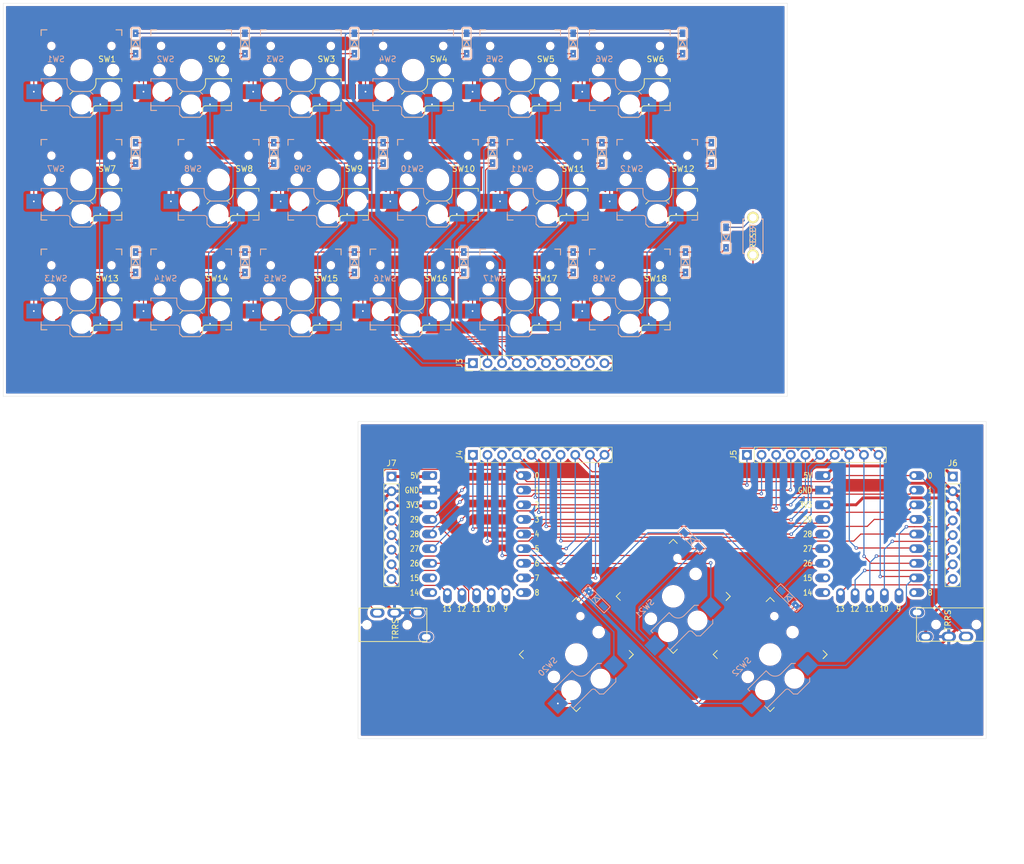
<source format=kicad_pcb>
(kicad_pcb (version 20240108) (generator "pcbnew") (generator_version "8.0")
  (title_block (title "now thinking") (rev "2.01"))
  (layers (0 "F.Cu" signal) (31 "B.Cu" signal) (34 "B.Paste" user) (35 "F.Paste" user) (36 "B.SilkS" user "B.Silkscreen") (37 "F.SilkS" user "F.Silkscreen") (38 "B.Mask" user) (39 "F.Mask" user) (44 "Edge.Cuts" user))
  (net 0 "")
  (net 1 "Net-(D1-A)")
  (net 2 "Net-(D2-A)")
  (net 3 "Net-(D3-A)")
  (net 4 "Net-(D4-A)")
  (net 5 "Net-(D5-A)")
  (net 6 "Net-(D6-A)")
  (net 7 "Net-(D7-A)")
  (net 8 "Net-(D8-A)")
  (net 9 "Net-(D9-A)")
  (net 10 "Net-(D10-A)")
  (net 11 "Net-(D11-A)")
  (net 12 "Net-(D12-A)")
  (net 13 "Net-(D13-A)")
  (net 14 "Net-(D14-A)")
  (net 15 "Net-(D15-A)")
  (net 16 "Net-(D16-A)")
  (net 17 "Net-(D17-A)")
  (net 18 "Net-(D18-A)")
  (net 19 "Net-(D19-A)")
  (net 20 "Net-(D20-A)")
  (net 21 "Net-(D21-A)")
  (net 22 "data")
  (net 23 "Net-(D22-A)")
  (net 24 "GND")
  (net 25 "bu1_op1")
  (net 26 "bu1_op5")
  (net 27 "bu1_op3")
  (net 31 "bu1_op4")
  (net 32 "bu1_5v")
  (net 34 "bu1_op2")
  (net 35 "u2_3.3v")
  (net 39 "bu2_op3")
  (net 40 "bu2_op5")
  (net 41 "bu2_op4")
  (net 42 "bu2_5v")
  (net 43 "u1_3.3v")
  (net 44 "bu2_op2")
  (net 46 "/t_row0")
  (net 47 "/t_row1")
  (net 48 "/t_row2")
  (net 49 "/t_col5")
  (net 50 "/t_col0")
  (net 51 "/t_col1")
  (net 52 "/t_col3")
  (net 53 "/t_col4")
  (net 54 "/t_col6")
  (net 55 "/t_col2")
  (net 56 "bu1_row3")
  (net 57 "bu1_col2")
  (net 58 "bu1_col1")
  (net 59 "bu1_col0")
  (net 60 "bu1_row0")
  (net 61 "bu1_row2")
  (net 62 "bu1_col4")
  (net 63 "bu1_col6")
  (net 64 "bu1_row1")
  (net 65 "bu1_col5")
  (net 66 "bu1_col3")
  (net 67 "bu2_col1")
  (net 68 "bu2_col0")
  (net 69 "bu2_col2")
  (net 70 "bu2_row1")
  (net 71 "bu2_col3")
  (net 72 "bu2_row2")
  (net 73 "bu2_row0")
  (net 74 "bu2_op1")
  (footprint "keyswitches:Kailh_socket_PG1350_reversible" (layer "F.Cu") (at 52.8325 46.15)
    (property "Reference" "SW8")
    (property "Value" "SW_PUSH")
  )
  (footprint "keyswitches:Kailh_socket_PG1350_reversible" (layer "F.Cu") (at 48.07 65.2)
    (property "Reference" "SW14")
    (property "Value" "SW_PUSH")
  )
  (footprint "Connector_PinHeader_2.54mm:PinHeader_1x08_P2.54mm_Vertical" (layer "F.Cu") (at 82.865768 97.7)
    (property "Reference" "J7")
    (property "Value" "Conn_01x08_Pin")
  )
  (footprint "keyswitches:Kailh_socket_PG1350" (layer "F.Cu") (at 114.96202 128.602788 45)
    (property "Reference" "SW20")
    (property "Value" "SW_PUSH")
  )
  (footprint "keyswitches:Kailh_socket_PG1350" (layer "F.Cu") (at 148.63798 128.602788 45)
    (property "Reference" "SW22")
    (property "Value" "SW_PUSH")
  )
  (footprint "kbd:D3_SMD" (layer "F.Cu") (at 95.42 60.475 -90)
    (property "Reference" "D16" (hide yes))
    (property "Value" "D" (hide yes))
  )
  (footprint "keyswitches:Kailh_socket_PG1350_reversible" (layer "F.Cu") (at 105.22 27.1)
    (property "Reference" "SW5")
    (property "Value" "SW_PUSH")
  )
  (footprint "keyswitches:Kailh_socket_PG1350_reversible" (layer "F.Cu") (at 48.07 27.1)
    (property "Reference" "SW2")
    (property "Value" "SW_PUSH")
  )
  (footprint "kbd:D3_SMD" (layer "F.Cu") (at 114.42 60.475 -90)
    (property "Reference" "D17" (hide yes))
    (property "Value" "D" (hide yes))
  )
  (footprint "kbd:MJ-4PP-9_1side" (layer "F.Cu") (at 185.95 123.4 -90)
    (property "Reference" "J1")
    (property "Value" "MJ-4PP-9" (hide yes))
  )
  (footprint "kbd:MJ-4PP-9_1side" (layer "F.Cu") (at 77.1 123.45 90)
    (property "Reference" "J2")
    (property "Value" "MJ-4PP-9" (hide yes))
  )
  (footprint "kbd:D3_SMD" (layer "F.Cu") (at 57.42 22.475 -90)
    (property "Reference" "D2" (hide yes))
    (property "Value" "D" (hide yes))
  )
  (footprint "Connector_PinHeader_2.54mm:PinHeader_1x08_P2.54mm_Vertical" (layer "F.Cu") (at 180.35 97.7)
    (property "Reference" "J6")
    (property "Value" "Conn_01x08_Pin")
  )
  (footprint "kbd:D3_SMD" (layer "F.Cu") (at 100.42 41.475 -90)
    (property "Reference" "D10" (hide yes))
    (property "Value" "D" (hide yes))
  )
  (footprint "keyswitches:Kailh_socket_PG1350_reversible" (layer "F.Cu") (at 67.12 65.2)
    (property "Reference" "SW15")
    (property "Value" "SW_PUSH")
  )
  (footprint "kbd:D3_SMD" (layer "F.Cu") (at 138.42 41.475 -90)
    (property "Reference" "D12" (hide yes))
    (property "Value" "D" (hide yes))
  )
  (footprint "keyswitches:Kailh_socket_PG1350_reversible" (layer "F.Cu") (at 86.6275 27.1)
    (property "Reference" "SW4")
    (property "Value" "SW_PUSH")
  )
  (footprint "kbd:D3_SMD" (layer "F.Cu") (at 57.42 60.475 -90)
    (property "Reference" "D14" (hide yes))
    (property "Value" "D" (hide yes))
  )
  (footprint "kbd:D3_SMD" (layer "F.Cu") (at 76.42 22.475 -90)
    (property "Reference" "D3" (hide yes))
    (property "Value" "D" (hide yes))
  )
  (footprint "kbd:D3_SMD" (layer "F.Cu") (at 38.42 22.475 -90)
    (property "Reference" "D1" (hide yes))
    (property "Value" "D" (hide yes))
  )
  (footprint "keyswitches:Kailh_socket_PG1350" (layer "F.Cu") (at 131.8 118.5 45)
    (property "Reference" "SW21")
    (property "Value" "SW_PUSH")
  )
  (footprint "keyswitches:Kailh_socket_PG1350_reversible" (layer "F.Cu") (at 29.02 65.2)
    (property "Reference" "SW13")
    (property "Value" "SW_PUSH")
  )
  (footprint "kbd:D3_SMD" (layer "F.Cu") (at 114.42 22.475 -90)
    (property "Reference" "D5" (hide yes))
    (property "Value" "D" (hide yes))
  )
  (footprint "kbd:D3_SMD" (layer "F.Cu") (at 62.42 41.475 -90)
    (property "Reference" "D8" (hide yes))
    (property "Value" "D" (hide yes))
  )
  (footprint "kbd:D3_SMD" (layer "F.Cu") (at 38.42 41.475 -90)
    (property "Reference" "D7" (hide yes))
    (property "Value" "D" (hide yes))
  )
  (footprint "kbd:D3_SMD" (layer "F.Cu") (at 81.42 41.475 -90)
    (property "Reference" "D9" (hide yes))
    (property "Value" "D" (hide yes))
  )
  (footprint "isw-kbd:RP2040-Zero-THT" (layer "F.Cu") (at 97.65 107.68)
    (property "Reference" "U2" (hide yes))
    (property "Value" "RP2040-Zero" (hide yes))
  )
  (footprint "kbd:D3_SMD" (layer "F.Cu") (at 38.42 60.475 -90)
    (property "Reference" "D13" (hide yes))
    (property "Value" "D" (hide yes))
  )
  (footprint "Connector_PinHeader_2.54mm:PinHeader_1x10_P2.54mm_Vertical" (layer "F.Cu") (at 97 78 90)
    (property "Reference" "J3")
    (property "Value" "Conn_01x10_Pin")
  )
  (footprint "kbd:D3_SMD" (layer "F.Cu") (at 76.42 60.475 -90)
    (property "Reference" "D15" (hide yes))
    (property "Value" "D" (hide yes))
  )
  (footprint "kbd:D3_SMD" (layer "F.Cu") (at 140.9675 56.1825 90)
    (property "Reference" "D19" (hide yes))
    (property "Value" "D" (hide yes))
  )
  (footprint "keyswitches:Kailh_socket_PG1350_reversible" (layer "F.Cu") (at 29.02 46.15)
    (property "Reference" "SW7")
    (property "Value" "SW_PUSH")
  )
  (footprint "kbd:ResetSW" (layer "F.Cu") (at 145.65 55.95 -90)
    (property "Reference" "SW19" (hide yes))
    (property "Value" "SW_PUSH")
  )
  (footprint "keyswitches:Kailh_socket_PG1350_reversible" (layer "F.Cu") (at 90.9325 46.15)
    (property "Reference" "SW10")
    (property "Value" "SW_PUSH")
  )
  (footprint "keyswitches:Kailh_socket_PG1350_reversible" (layer "F.Cu") (at 124.27 27.1)
    (property "Reference" "SW6")
    (property "Value" "SW_PUSH")
  )
  (footprint "keyswitches:Kailh_socket_PG1350_reversible" (layer "F.Cu") (at 86.17 65.2)
    (property "Reference" "SW16")
    (property "Value" "SW_PUSH")
  )
  (footprint "isw-kbd:RP2040-Zero-THT" (layer "F.Cu") (at 165.93 107.68)
    (property "Reference" "U1" (hide yes))
    (property "Value" "RP2040-Zero" (hide yes))
  )
  (footprint "keyswitches:Kailh_socket_PG1350_reversible" (layer "F.Cu") (at 109.9825 46.15)
    (property "Reference" "SW11")
    (property "Value" "SW_PUSH")
  )
  (footprint "Connector_PinHeader_2.54mm:PinHeader_1x10_P2.54mm_Vertical" (layer "F.Cu") (at 97 93.925 90)
    (property "Reference" "J4")
    (property "Value" "Conn_01x10_Pin")
  )
  (footprint "kbd:D3_SMD" (layer "F.Cu") (at 95.92 22.475 -90)
    (property "Reference" "D4" (hide yes))
    (property "Value" "D" (hide yes))
  )
  (footprint "Connector_PinHeader_2.54mm:PinHeader_1x10_P2.54mm_Vertical" (layer "F.Cu") (at 144.6 93.925 90)
    (property "Reference" "J5")
    (property "Value" "Conn_01x10_Pin")
  )
  (footprint "kbd:D3_SMD" (layer "F.Cu") (at 133.42 22.475 -90)
    (property "Reference" "D6" (hide yes))
    (property "Value" "D" (hide yes))
  )
  (footprint "kbd:D3_SMD" (layer "F.Cu") (at 119.42 41.475 -90)
    (property "Reference" "D11" (hide yes))
    (property "Value" "D" (hide yes))
  )
  (footprint "keyswitches:Kailh_socket_PG1350_reversible" (layer "F.Cu") (at 71.8825 46.15)
    (property "Reference" "SW9")
    (property "Value" "SW_PUSH")
  )
  (footprint "keyswitches:Kailh_socket_PG1350_reversible" (layer "F.Cu") (at 67.12 27.1)
    (property "Reference" "SW3")
    (property "Value" "SW_PUSH")
  )
  (footprint "keyswitches:Kailh_socket_PG1350_reversible" (layer "F.Cu") (at 124.27 65.2)
    (property "Reference" "SW18")
    (property "Value" "SW_PUSH")
  )
  (footprint "keyswitches:Kailh_socket_PG1350_reversible" (layer "F.Cu") (at 105.22 65.2)
    (property "Reference" "SW17")
    (property "Value" "SW_PUSH")
  )
  (footprint "keyswitches:Kailh_socket_PG1350_reversible" (layer "F.Cu") (at 129.0325 46.15)
    (property "Reference" "SW12")
    (property "Value" "SW_PUSH")
  )
  (footprint "keyswitches:Kailh_socket_PG1350_reversible" (layer "F.Cu") (at 29.02 27.1)
    (property "Reference" "SW1")
    (property "Value" "SW_PUSH")
  )
  (footprint "kbd:D3_SMD" (layer "F.Cu") (at 133.92 60.475 -90)
    (property "Reference" "D18" (hide yes))
    (property "Value" "D" (hide yes))
  )
  (footprint "kbd:D3_SMD_v2" (layer "B.Cu") (at 135.022639 108.692429 -45)
    (property "Reference" "D21" (hide yes))
    (property "Value" "D" (hide yes))
  )
  (footprint "kbd:D3_SMD_v2" (layer "B.Cu") (at 151.825264 118.759861 -45)
    (property "Reference" "D20" (hide yes))
    (property "Value" "D" (hide yes))
  )
  (footprint "kbd:D3_SMD_v2" (layer "B.Cu") (at 118.40563 118.945477 -45)
    (property "Reference" "D22" (hide yes))
    (property "Value" "D" (hide yes))
  )
  (gr_rect (start 77.05 88.125) (end 186.16 143.20658) (stroke (width 0.05)) (fill none) (layer "Edge.Cuts"))
  (gr_rect (start 15.42 15.475) (end 151.63 83.775) (stroke (width 0.05)) (fill none) (layer "Edge.Cuts"))
  (segment (start 37.295 25.375) (end 38.42 24.25) (width 0.2) (layer "F.Cu") (net 1))
  (segment (start 38.42 24.25) (end 23.65 24.25) (width 0.2) (layer "F.Cu") (net 1))
  (segment (start 23.65 24.25) (end 20.745 27.155) (width 0.2) (layer "F.Cu") (net 1))
  (segment (start 37.295 30.85) (end 37.295 25.375) (width 0.2) (layer "F.Cu") (net 1))
  (segment (start 20.745 27.155) (end 20.745 30.85) (width 0.2) (layer "F.Cu") (net 1))
  (via (at 38.42 24.25) (size 0.6) (drill 0.3) (layers "F.Cu" "B.Cu") (net 1))
  (via (at 20.745 30.85) (size 0.6) (drill 0.3) (layers "F.Cu" "B.Cu") (net 1))
  (segment (start 57.42 24.25) (end 43.721671 24.25) (width 0.2) (layer "F.Cu") (net 2))
  (segment (start 56.345 25.325) (end 57.42 24.25) (width 0.2) (layer "F.Cu") (net 2))
  (segment (start 39.795 28.176671) (end 39.795 30.85) (width 0.2) (layer "F.Cu") (net 2))
  (segment (start 56.345 30.85) (end 56.345 25.325) (width 0.2) (layer "F.Cu") (net 2))
  (segment (start 43.721671 24.25) (end 39.795 28.176671) (width 0.2) (layer "F.Cu") (net 2))
  (via (at 39.795 30.85) (size 0.6) (drill 0.3) (layers "F.Cu" "B.Cu") (net 2))
  (via (at 57.42 24.25) (size 0.6) (drill 0.3) (layers "F.Cu" "B.Cu") (net 2))
  (segment (start 75.395 25.275) (end 76.42 24.25) (width 0.2) (layer "F.Cu") (net 3))
  (segment (start 75.395 30.85) (end 75.395 25.275) (width 0.2) (layer "F.Cu") (net 3))
  (segment (start 58.845 26.655) (end 58.845 30.85) (width 0.2) (layer "F.Cu") (net 3))
  (segment (start 61.25 24.25) (end 58.845 26.655) (width 0.2) (layer "F.Cu") (net 3))
  (segment (start 76.42 24.25) (end 61.25 24.25) (width 0.2) (layer "F.Cu") (net 3))
  (via (at 58.845 30.85) (size 0.6) (drill 0.3) (layers "F.Cu" "B.Cu") (net 3))
  (via (at 76.42 24.25) (size 0.6) (drill 0.3) (layers "F.Cu" "B.Cu") (net 3))
  (segment (start 80.95 24.25) (end 78.3525 26.8475) (width 0.2) (layer "F.Cu") (net 4))
  (segment (start 78.3525 26.8475) (end 78.3525 30.85) (width 0.2) (layer "F.Cu") (net 4))
  (segment (start 94.9025 25.2675) (end 95.92 24.25) (width 0.2) (layer "F.Cu") (net 4))
  (segment (start 94.9025 30.85) (end 94.9025 25.2675) (width 0.2) (layer "F.Cu") (net 4))
  (segment (start 95.92 24.25) (end 80.95 24.25) (width 0.2) (layer "F.Cu") (net 4))
  (via (at 78.3525 30.85) (size 0.6) (drill 0.3) (layers "F.Cu" "B.Cu") (net 4))
  (via (at 95.92 24.25) (size 0.6) (drill 0.3) (layers "F.Cu" "B.Cu") (net 4))
  (segment (start 96.945 26.705) (end 96.945 30.85) (width 0.2) (layer "F.Cu") (net 5))
  (segment (start 113.495 25.175) (end 114.42 24.25) (width 0.2) (layer "F.Cu") (net 5))
  (segment (start 114.42 24.25) (end 99.4 24.25) (width 0.2) (layer "F.Cu") (net 5))
  (segment (start 113.495 30.85) (end 113.495 25.175) (width 0.2) (layer "F.Cu") (net 5))
  (segment (start 99.4 24.25) (end 96.945 26.705) (width 0.2) (layer "F.Cu") (net 5))
  (via (at 114.42 24.25) (size 0.6) (drill 0.3) (layers "F.Cu" "B.Cu") (net 5))
  (via (at 96.945 30.85) (size 0.6) (drill 0.3) (layers "F.Cu" "B.Cu") (net 5))
  (segment (start 115.995 26.755) (end 115.995 30.85) (width 0.2) (layer "F.Cu") (net 6))
  (segment (start 118.5 24.25) (end 115.995 26.755) (width 0.2) (layer "F.Cu") (net 6))
  (segment (start 132.545 30.85) (end 132.545 25.125) (width 0.2) (layer "F.Cu") (net 6))
  (segment (start 133.42 24.25) (end 118.5 24.25) (width 0.2) (layer "F.Cu") (net 6))
  (segment (start 132.545 25.125) (end 133.42 24.25) (width 0.2) (layer "F.Cu") (net 6))
  (via (at 133.42 24.25) (size 0.6) (drill 0.3) (layers "F.Cu" "B.Cu") (net 6))
  (via (at 115.995 30.85) (size 0.6) (drill 0.3) (layers "F.Cu" "B.Cu") (net 6))
  (segment (start 37.295 44.375) (end 38.42 43.25) (width 0.2) (layer "F.Cu") (net 7))
  (segment (start 20.745 46.105) (end 20.745 49.9) (width 0.2) (layer "F.Cu") (net 7))
  (segment (start 23.6 43.25) (end 20.745 46.105) (width 0.2) (layer "F.Cu") (net 7))
  (segment (start 38.42 43.25) (end 23.6 43.25) (width 0.2) (layer "F.Cu") (net 7))
  (segment (start 37.295 49.9) (end 37.295 44.375) (width 0.2) (layer "F.Cu") (net 7))
  (via (at 38.42 43.25) (size 0.6) (drill 0.3) (layers "F.Cu" "B.Cu") (net 7))
  (via (at 20.745 49.9) (size 0.6) (drill 0.3) (layers "F.Cu" "B.Cu") (net 7))
  (segment (start 61.1075 44.5625) (end 62.42 43.25) (width 0.2) (layer "F.Cu") (net 8))
  (segment (start 61.1075 49.9) (end 61.1075 44.5625) (width 0.2) (layer "F.Cu") (net 8))
  (segment (start 44.5575 46.2425) (end 44.5575 49.9) (width 0.2) (layer "F.Cu") (net 8))
  (segment (start 62.42 43.25) (end 47.55 43.25) (width 0.2) (layer "F.Cu") (net 8))
  (segment (start 47.55 43.25) (end 44.5575 46.2425) (width 0.2) (layer "F.Cu") (net 8))
  (via (at 44.5575 49.9) (size 0.6) (drill 0.3) (layers "F.Cu" "B.Cu") (net 8))
  (via (at 62.42 43.25) (size 0.6) (drill 0.3) (layers "F.Cu" "B.Cu") (net 8))
  (segment (start 81.42 43.25) (end 65.95 43.25) (width 0.2) (layer "F.Cu") (net 9))
  (segment (start 63.6075 45.5925) (end 63.6075 49.9) (width 0.2) (layer "F.Cu") (net 9))
  (segment (start 80.1575 44.5125) (end 81.42 43.25) (width 0.2) (layer "F.Cu") (net 9))
  (segment (start 80.1575 49.9) (end 80.1575 44.5125) (width 0.2) (layer "F.Cu") (net 9))
  (segment (start 65.95 43.25) (end 63.6075 45.5925) (width 0.2) (layer "F.Cu") (net 9))
  (via (at 81.42 43.25) (size 0.6) (drill 0.3) (layers "F.Cu" "B.Cu") (net 9))
  (via (at 63.6075 49.9) (size 0.6) (drill 0.3) (layers "F.Cu" "B.Cu") (net 9))
  (segment (start 100.42 43.25) (end 85.2 43.25) (width 0.2) (layer "F.Cu") (net 10))
  (segment (start 85.2 43.25) (end 82.6575 45.7925) (width 0.2) (layer "F.Cu") (net 10))
  (segment (start 99.2075 49.9) (end 99.2075 44.4625) (width 0.2) (layer "F.Cu") (net 10))
  (segment (start 99.2075 44.4625) (end 100.42 43.25) (width 0.2) (layer "F.Cu") (net 10))
  (segment (start 82.6575 45.7925) (end 82.6575 49.9) (width 0.2) (layer "F.Cu") (net 10))
  (via (at 82.6575 49.9) (size 0.6) (drill 0.3) (layers "F.Cu" "B.Cu") (net 10))
  (via (at 100.42 43.25) (size 0.6) (drill 0.3) (layers "F.Cu" "B.Cu") (net 10))
  (segment (start 119.42 43.25) (end 104.15 43.25) (width 0.2) (layer "F.Cu") (net 11))
  (segment (start 101.7075 45.6925) (end 101.7075 49.9) (width 0.2) (layer "F.Cu") (net 11))
  (segment (start 104.15 43.25) (end 101.7075 45.6925) (width 0.2) (layer "F.Cu") (net 11))
  (segment (start 118.2575 44.4125) (end 119.42 43.25) (width 0.2) (layer "F.Cu") (net 11))
  (segment (start 118.2575 49.9) (end 118.2575 44.4125) (width 0.2) (layer "F.Cu") (net 11))
  (via (at 119.42 43.25) (size 0.6) (drill 0.3) (layers "F.Cu" "B.Cu") (net 11))
  (via (at 101.7075 49.9) (size 0.6) (drill 0.3) (layers "F.Cu" "B.Cu") (net 11))
  (segment (start 120.7575 45.8925) (end 120.7575 49.9) (width 0.2) (layer "F.Cu") (net 12))
  (segment (start 138.42 43.25) (end 123.4 43.25) (width 0.2) (layer "F.Cu") (net 12))
  (segment (start 137.3075 49.9) (end 137.3075 44.3625) (width 0.2) (layer "F.Cu") (net 12))
  (segment (start 123.4 43.25) (end 120.7575 45.8925) (width 0.2) (layer "F.Cu") (net 12))
  (segment (start 137.3075 44.3625) (end 138.42 43.25) (width 0.2) (layer "F.Cu") (net 12))
  (via (at 120.7575 49.9) (size 0.6) (drill 0.3) (layers "F.Cu" "B.Cu") (net 12))
  (via (at 138.42 43.25) (size 0.6) (drill 0.3) (layers "F.Cu" "B.Cu") (net 12))
  (segment (start 37.295 63.375) (end 38.42 62.25) (width 0.2) (layer "F.Cu") (net 13))
  (segment (start 20.745 64.905) (end 20.745 68.95) (width 0.2) (layer "F.Cu") (net 13))
  (segment (start 37.295 68.95) (end 37.295 63.375) (width 0.2) (layer "F.Cu") (net 13))
  (segment (start 38.42 62.25) (end 23.4 62.25) (width 0.2) (layer "F.Cu") (net 13))
  (segment (start 23.4 62.25) (end 20.745 64.905) (width 0.2) (layer "F.Cu") (net 13))
  (via (at 20.745 68.95) (size 0.6) (drill 0.3) (layers "F.Cu" "B.Cu") (net 13))
  (via (at 38.42 62.25) (size 0.6) (drill 0.3) (layers "F.Cu" "B.Cu") (net 13))
  (segment (start 42.7 62.25) (end 39.795 65.155) (width 0.2) (layer "F.Cu") (net 14))
  (segment (start 56.345 68.95) (end 56.345 63.325) (width 0.2) (layer "F.Cu") (net 14))
  (segment (start 57.42 62.25) (end 42.7 62.25) (width 0.2) (layer "F.Cu") (net 14))
  (segment (start 56.345 63.325) (end 57.42 62.25) (width 0.2) (layer "F.Cu") (net 14))
  (segment (start 39.795 65.155) (end 39.795 68.95) (width 0.2) (layer "F.Cu") (net 14))
  (via (at 57.42 62.25) (size 0.6) (drill 0.3) (layers "F.Cu" "B.Cu") (net 14))
  (via (at 39.795 68.95) (size 0.6) (drill 0.3) (layers "F.Cu" "B.Cu") (net 14))
  (segment (start 76.42 62.25) (end 61.45 62.25) (width 0.2) (layer "F.Cu") (net 15))
  (segment (start 58.845 64.855) (end 58.845 68.95) (width 0.2) (layer "F.Cu") (net 15))
  (segment (start 61.45 62.25) (end 58.845 64.855) (width 0.2) (layer "F.Cu") (net 15))
  (segment (start 75.395 68.95) (end 75.395 63.275) (width 0.2) (layer "F.Cu") (net 15))
  (segment (start 75.395 63.275) (end 76.42 62.25) (width 0.2) (layer "F.Cu") (net 15))
  (via (at 58.845 68.95) (size 0.6) (drill 0.3) (layers "F.Cu" "B.Cu") (net 15))
  (via (at 76.42 62.25) (size 0.6) (drill 0.3) (layers "F.Cu" "B.Cu") (net 15))
  (segment (start 94.445 63.225) (end 95.42 62.25) (width 0.2) (layer "F.Cu") (net 16))
  (segment (start 77.895 65.105) (end 77.895 68.95) (width 0.2) (layer "F.Cu") (net 16))
  (segment (start 94.445 68.95) (end 94.445 63.225) (width 0.2) (layer "F.Cu") (net 16))
  (segment (start 95.42 62.25) (end 80.75 62.25) (width 0.2) (layer "F.Cu") (net 16))
  (segment (start 80.75 62.25) (end 77.895 65.105) (width 0.2) (layer "F.Cu") (net 16))
  (via (at 95.42 62.25) (size 0.6) (drill 0.3) (layers "F.Cu" "B.Cu") (net 16))
  (via (at 77.895 68.95) (size 0.6) (drill 0.3) (layers "F.Cu" "B.Cu") (net 16))
  (segment (start 113.495 68.95) (end 113.495 63.175) (width 0.2) (layer "F.Cu") (net 17))
  (segment (start 113.495 63.175) (end 114.42 62.25) (width 0.2) (layer "F.Cu") (net 17))
  (segment (start 96.945 65.455) (end 96.945 68.95) (width 0.2) (layer "F.Cu") (net 17))
  (segment (start 114.42 62.25) (end 100.15 62.25) (width 0.2) (layer "F.Cu") (net 17))
  (segment (start 100.15 62.25) (end 96.945 65.455) (width 0.2) (layer "F.Cu") (net 17))
  (via (at 114.42 62.25) (size 0.6) (drill 0.3) (layers "F.Cu" "B.Cu") (net 17))
  (via (at 96.945 68.95) (size 0.6) (drill 0.3) (layers "F.Cu" "B.Cu") (net 17))
  (segment (start 133.92 62.25) (end 119.05 62.25) (width 0.2) (layer "F.Cu") (net 18))
  (segment (start 132.545 63.625) (end 133.92 62.25) (width 0.2) (layer "F.Cu") (net 18))
  (segment (start 132.545 68.95) (end 132.545 63.625) (width 0.2) (layer "F.Cu") (net 18))
  (segment (start 119.05 62.25) (end 115.995 65.305) (width 0.2) (layer "F.Cu") (net 18))
  (segment (start 115.995 65.305) (end 115.995 68.95) (width 0.2) (layer "F.Cu") (net 18))
  (via (at 115.995 68.95) (size 0.6) (drill 0.3) (layers "F.Cu" "B.Cu") (net 18))
  (via (at 133.92 62.25) (size 0.6) (drill 0.3) (layers "F.Cu" "B.Cu") (net 18))
  (segment (start 143.9425 54.4075) (end 145.65 52.7) (width 0.2) (layer "F.Cu") (net 19))
  (segment (start 140.9675 54.4075) (end 143.9425 54.4075) (width 0.2) (layer "F.Cu") (net 19))
  (segment (start 143.9425 54.4075) (end 145.65 52.7) (width 0.2) (layer "B.Cu") (net 19))
  (segment (start 140.9675 54.4075) (end 143.9425 54.4075) (width 0.2) (layer "B.Cu") (net 19))
  (segment (start 153.05 120.05) (end 135.994253 137.105747) (width 0.2) (layer "F.Cu") (net 20))
  (segment (start 135.994253 137.105747) (end 111.762362 137.105747) (width 0.2) (layer "F.Cu") (net 20))
  (via (at 111.762362 137.105747) (size 0.6) (drill 0.3) (layers "F.Cu" "B.Cu") (net 20))
  (via (at 153.05 120.05) (size 0.6) (drill 0.3) (layers "F.Cu" "B.Cu") (net 20))
  (segment (start 153.080379 120.014976) (end 153.080379 120.019621) (width 0.2) (layer "B.Cu") (net 20))
  (segment (start 153.080379 120.019621) (end 153.05 120.05) (width 0.2) (layer "B.Cu") (net 20))
  (segment (start 136.277754 109.947544) (end 125.85 120.375298) (width 0.2) (layer "B.Cu") (net 21))
  (segment (start 125.85 124.252617) (end 128.600342 127.002959) (width 0.2) (layer "B.Cu") (net 21))
  (segment (start 125.85 120.375298) (end 125.85 124.252617) (width 0.2) (layer "B.Cu") (net 21))
  (segment (start 81.815768 96.45) (end 104.25 96.45) (width 0.2) (layer "F.Cu") (net 22))
  (segment (start 104.25 96.45) (end 105.32 97.52) (width 0.2) (layer "F.Cu") (net 22))
  (segment (start 78.8 99.465768) (end 81.815768 96.45) (width 0.2) (layer "F.Cu") (net 22))
  (segment (start 158.972182 98.57) (end 160.022182 97.52) (width 0.2) (layer "F.Cu") (net 22))
  (segment (start 160.022182 97.52) (end 173.6 97.52) (width 0.2) (layer "F.Cu") (net 22))
  (segment (start 106.37 98.57) (end 158.972182 98.57) (width 0.2) (layer "F.Cu") (net 22))
  (segment (start 78.8 119.75) (end 78.8 99.465768) (width 0.2) (layer "F.Cu") (net 22))
  (segment (start 105.32 97.52) (end 106.37 98.57) (width 0.2) (layer "F.Cu") (net 22))
  (segment (start 80.4 121.35) (end 78.8 119.75) (width 0.2) (layer "F.Cu") (net 22))
  (segment (start 182.65 125.5) (end 177.1 119.95) (width 0.2) (layer "B.Cu") (net 22))
  (segment (start 177.1 119.95) (end 177.1 100) (width 0.2) (layer "B.Cu") (net 22))
  (segment (start 177.1 100) (end 174.62 97.52) (width 0.2) (layer "B.Cu") (net 22))
  (segment (start 174.62 97.52) (end 173.6 97.52) (width 0.2) (layer "B.Cu") (net 22))
  (segment (start 145.438322 137.105747) (end 136.440388 137.105747) (width 0.2) (layer "B.Cu") (net 23))
  (segment (start 136.440388 137.105747) (end 119.660745 120.326104) (width 0.2) (layer "B.Cu") (net 23))
  (segment (start 119.660745 120.326104) (end 119.660745 120.200592) (width 0.2) (layer "B.Cu") (net 23))
  (segment (start 179.65 125.5) (end 183.8 121.35) (width 0.5) (layer "F.Cu") (net 24))
  (segment (start 79.35 117.3) (end 83.4 121.35) (width 0.5) (layer "F.Cu") (net 24))
  (segment (start 169.74 100.06) (end 158.26 100.06) (width 0.5) (layer "F.Cu") (net 24))
  (segment (start 170.94 98.86) (end 169.74 100.06) (width 0.5) (layer "F.Cu") (net 24))
  (segment (start 82.865768 100.24) (end 79.35 103.755768) (width 0.5) (layer "F.Cu") (net 24))
  (segment (start 183.8 121.35) (end 183.8 103.69) (width 0.5) (layer "F.Cu") (net 24))
  (segment (start 178.97 98.86) (end 170.94 98.86) (width 0.5) (layer "F.Cu") (net 24))
  (segment (start 89.8 100.24) (end 82.865768 100.24) (width 0.5) (layer "F.Cu") (net 24))
  (segment (start 83.4 123.8) (end 100.45 140.85) (width 0.5) (layer "F.Cu") (net 24))
  (segment (start 164.3 140.85) (end 179.65 125.5) (width 0.5) (layer "F.Cu") (net 24))
  (segment (start 79.35 103.755768) (end 79.35 117.3) (width 0.5) (layer "F.Cu") (net 24))
  (segment (start 180.35 100.24) (end 178.97 98.86) (width 0.5) (layer "F.Cu") (net 24))
  (segment (start 100.45 140.85) (end 164.3 140.85) (width 0.5) (layer "F.Cu") (net 24))
  (segment (start 83.4 121.35) (end 83.4 123.8) (width 0.5) (layer "F.Cu") (net 24))
  (segment (start 183.8 103.69) (end 180.35 100.24) (width 0.5) (layer "F.Cu") (net 24))
  (segment (start 89.98 100.06) (end 89.8 100.24) (width 0.5) (layer "F.Cu") (net 24))
  (segment (start 173.7 106.4) (end 172.3 106.4) (width 0.2) (layer "F.Cu") (net 25))
  (segment (start 180.35 105.32) (end 179.27 106.4) (width 0.2) (layer "F.Cu") (net 25))
  (segment (start 179.27 106.4) (end 173.7 106.4) (width 0.2) (layer "F.Cu") (net 25))
  (via (at 172.3 106.4) (size 0.6) (drill 0.3) (layers "F.Cu" "B.Cu") (net 25))
  (segment (start 171.05 107.65) (end 172.3 106.4) (width 0.2) (layer "B.Cu") (net 25))
  (segment (start 171.05 107.65) (end 171.05 117.85) (width 0.2) (layer "B.Cu") (net 25))
  (segment (start 171.05 117.85) (end 171.01 117.89) (width 0.2) (layer "B.Cu") (net 25))
  (segment (start 162.24 116.5) (end 179.33 116.5) (width 0.2) (layer "F.Cu") (net 26))
  (segment (start 179.33 116.5) (end 180.35 115.48) (width 0.2) (layer "F.Cu") (net 26))
  (segment (start 160.85 117.89) (end 162.24 116.5) (width 0.2) (layer "F.Cu") (net 26))
  (segment (start 167.85 111.5) (end 167.1 111.5) (width 0.2) (layer "F.Cu") (net 27))
  (segment (start 179.25 111.5) (end 167.85 111.5) (width 0.2) (layer "F.Cu") (net 27))
  (segment (start 180.35 110.4) (end 179.25 111.5) (width 0.2) (layer "F.Cu") (net 27))
  (via (at 167.1 111.5) (size 0.6) (drill 0.3) (layers "F.Cu" "B.Cu") (net 27))
  (segment (start 165.95 112.65) (end 165.95 117.87) (width 0.2) (layer "B.Cu") (net 27))
  (segment (start 165.95 112.65) (end 167.1 111.5) (width 0.2) (layer "B.Cu") (net 27))
  (segment (start 165.95 117.87) (end 165.93 117.89) (width 0.2) (layer "B.Cu") (net 27))
  (segment (start 165.05 114) (end 179.29 114) (width 0.2) (layer "F.Cu") (net 31))
  (segment (start 179.29 114) (end 180.35 112.94) (width 0.2) (layer "F.Cu") (net 31))
  (via (at 165.05 114) (size 0.6) (drill 0.3) (layers "F.Cu" "B.Cu") (net 31))
  (segment (start 163.39 115.66) (end 165.05 114) (width 0.2) (layer "B.Cu") (net 31))
  (segment (start 163.39 117.89) (end 163.39 115.66) (width 0.2) (layer "B.Cu") (net 31))
  (segment (start 178.5 95.85) (end 180.35 97.7) (width 0.5) (layer "F.Cu") (net 32))
  (segment (start 159.93 95.85) (end 178.5 95.85) (width 0.5) (layer "F.Cu") (net 32))
  (segment (start 158.26 97.52) (end 159.93 95.85) (width 0.5) (layer "F.Cu") (net 32))
  (segment (start 169.85 108.95) (end 179.26 108.95) (width 0.2) (layer "F.Cu") (net 34))
  (segment (start 179.26 108.95) (end 180.35 107.86) (width 0.2) (layer "F.Cu") (net 34))
  (via (at 169.85 108.95) (size 0.6) (drill 0.3) (layers "F.Cu" "B.Cu") (net 34))
  (segment (start 168.47 110.33) (end 169.85 108.95) (width 0.2) (layer "B.Cu") (net 34))
  (segment (start 168.47 117.89) (end 168.47 110.33) (width 0.2) (layer "B.Cu") (net 34))
  (segment (start 80.05 115.35) (end 86.05 121.35) (width 0.5) (layer "F.Cu") (net 35))
  (segment (start 86.05 121.35) (end 87.4 121.35) (width 0.5) (layer "F.Cu") (net 35))
  (segment (start 82.865768 102.78) (end 80.05 105.595768) (width 0.5) (layer "F.Cu") (net 35))
  (segment (start 80.05 105.595768) (end 80.05 115.35) (width 0.5) (layer "F.Cu") (net 35))
  (segment (start 89.98 102.6) (end 89.8 102.78) (width 0.5) (layer "F.Cu") (net 35))
  (segment (start 89.8 102.78) (end 82.865768 102.78) (width 0.5) (layer "F.Cu") (net 35))
  (segment (start 83.965768 111.5) (end 82.865768 110.4) (width 0.2) (layer "F.Cu") (net 39))
  (segment (start 91.26 111.5) (end 83.965768 111.5) (width 0.2) (layer "F.Cu") (net 39))
  (segment (start 97.65 117.89) (end 91.26 111.5) (width 0.2) (layer "F.Cu") (net 39))
  (segment (start 91.28 116.6) (end 83.985768 116.6) (width 0.2) (layer "F.Cu") (net 40))
  (segment (start 83.985768 116.6) (end 82.865768 115.48) (width 0.2) (layer "F.Cu") (net 40))
  (segment (start 92.57 117.89) (end 91.28 116.6) (width 0.2) (layer "F.Cu") (net 40))
  (segment (start 95.11 117.89) (end 91.22 114) (width 0.2) (layer "F.Cu") (net 41))
  (segment (start 91.22 114) (end 83.925768 114) (width 0.2) (layer "F.Cu") (net 41))
  (segment (start 83.925768 114) (end 82.865768 112.94) (width 0.2) (layer "F.Cu") (net 41))
  (segment (start 89.8 97.7) (end 82.865768 97.7) (width 0.5) (layer "F.Cu") (net 42))
  (segment (start 89.98 97.52) (end 89.8 97.7) (width 0.5) (layer "F.Cu") (net 42))
  (segment (start 163.55 102.6) (end 158.26 102.6) (width 0.5) (layer "F.Cu") (net 43))
  (segment (start 164.75 101.4) (end 163.55 102.6) (width 0.5) (layer "F.Cu") (net 43))
  (segment (start 183.1 105.53) (end 183.1 115.3) (width 0.5) (layer "F.Cu") (net 43))
  (segment (start 180.35 102.78) (end 183.1 105.53) (width 0.5) (layer "F.Cu") (net 43))
  (segment (start 175.65 122.75) (end 175.65 125.5) (width 0.5) (layer "F.Cu") (net 43))
  (segment (start 180.35 102.78) (end 178.97 101.4) (width 0.5) (layer "F.Cu") (net 43))
  (segment (start 178.97 101.4) (end 164.75 101.4) (width 0.5) (layer "F.Cu") (net 43))
  (segment (start 183.1 115.3) (end 175.65 122.75) (width 0.5) (layer "F.Cu") (net 43))
  (segment (start 100.19 117.89) (end 91.25 108.95) (width 0.2) (layer "F.Cu") (net 44))
  (segment (start 83.955768 108.95) (end 82.865768 107.86) (width 0.2) (layer "F.Cu") (net 44))
  (segment (start 91.25 108.95) (end 83.955768 108.95) (width 0.2) (layer "F.Cu") (net 44))
  (segment (start 57.42 20.7) (end 133.42 20.7) (width 0.2) (layer "F.Cu") (net 46))
  (segment (start 38.4 20.7) (end 57.42 20.7) (width 0.2) (layer "F.Cu") (net 46))
  (segment (start 38.42 20.7) (end 38.4 20.7) (width 0.2) (layer "F.Cu") (net 46))
  (via (at 38.4 20.7) (size 0.6) (drill 0.3) (layers "F.Cu" "B.Cu") (net 46))
  (segment (start 79.45 52.55) (end 79.45 36.8) (width 0.2) (layer "B.Cu") (net 46))
  (segment (start 75.45 32.6) (end 74.85 32) (width 0.2) (layer "B.Cu") (net 46))
  (segment (start 83.45 73.2) (end 83.45 56.55) (width 0.2) (layer "B.Cu") (net 46))
  (segment (start 83.45 56.55) (end 79.45 52.55) (width 0.2) (layer "B.Cu") (net 46))
  (segment (start 75.15 20.7) (end 76.42 20.7) (width 0.2) (layer "B.Cu") (net 46))
  (segment (start 97 78) (end 88.25 78) (width 0.2) (layer "B.Cu") (net 46))
  (segment (start 74.85 21) (end 75.15 20.7) (width 0.2) (layer "B.Cu") (net 46))
  (segment (start 88.25 78) (end 83.45 73.2) (width 0.2) (layer "B.Cu") (net 46))
  (segment (start 74.85 32) (end 74.85 21) (width 0.2) (layer "B.Cu") (net 46))
  (segment (start 38.42 20.7) (end 133.42 20.7) (width 0.2) (layer "B.Cu") (net 46))
  (segment (start 75.45 32.8) (end 75.45 32.6) (width 0.2) (layer "B.Cu") (net 46))
  (segment (start 79.45 36.8) (end 75.45 32.8) (width 0.2) (layer "B.Cu") (net 46))
  (segment (start 81.4 39.75) (end 81.45 39.7) (width 0.2) (layer "F.Cu") (net 47))
  (segment (start 81.35 39.7) (end 81.4 39.75) (width 0.2) (layer "F.Cu") (net 47))
  (segment (start 138.4 39.7) (end 138.42 39.7) (width 0.2) (layer "F.Cu") (net 47))
  (segment (start 81.45 39.7) (end 119.4 39.7) (width 0.2) (layer "F.Cu") (net 47))
  (segment (start 38.42 39.7) (end 38.45 39.7) (width 0.2) (layer "F.Cu") (net 47))
  (segment (start 119.4 39.7) (end 138.4 39.7) (width 0.2) (layer "F.Cu") (net 47))
  (segment (start 62.45 39.7) (end 81.35 39.7) (width 0.2) (layer "F.Cu") (net 47))
  (segment (start 38.45 39.7) (end 62.42 39.7) (width 0.2) (layer "F.Cu") (net 47))
  (segment (start 62.42 39.7) (end 62.45 39.7) (width 0.2) (layer "F.Cu") (net 47))
  (via (at 38.45 39.7) (size 0.6) (drill 0.3) (layers "F.Cu" "B.Cu") (net 47))
  (via (at 62.45 39.7) (size 0.6) (drill 0.3) (layers "F.Cu" "B.Cu") (net 47))
  (via (at 81.4 39.75) (size 0.6) (drill 0.3) (layers "F.Cu" "B.Cu") (net 47))
  (via (at 100.4 39.7) (size 0.6) (drill 0.3) (layers "F.Cu" "B.Cu") (net 47))
  (via (at 119.4 39.7) (size 0.6) (drill 0.3) (layers "F.Cu" "B.Cu") (net 47))
  (via (at 138.4 39.7) (size 0.6) (drill 0.3) (layers "F.Cu" "B.Cu") (net 47))
  (segment (start 100.4 39.7) (end 100.42 39.7) (width 0.2) (layer "B.Cu") (net 47))
  (segment (start 93.85 70.7) (end 93.85 56.85) (width 0.2) (layer "B.Cu") (net 47))
  (segment (start 100.2 39.7) (end 100.4 39.7) (width 0.2) (layer "B.Cu") (net 47))
  (segment (start 98.9 51.8) (end 98.9 41) (width 0.2) (layer "B.Cu") (net 47))
  (segment (start 93.85 56.85) (end 98.9 51.8) (width 0.2) (layer "B.Cu") (net 47))
  (segment (start 99.54 78) (end 99.54 76.39) (width 0.2) (layer "B.Cu") (net 47))
  (segment (start 98.9 41) (end 100.2 39.7) (width 0.2) (layer "B.Cu") (net 47))
  (segment (start 99.54 76.39) (end 93.85 70.7) (width 0.2) (layer "B.Cu") (net 47))
  (segment (start 76.45 58.7) (end 114.4 58.7) (width 0.2) (layer "F.Cu") (net 48))
  (segment (start 140.25 58.7) (end 140.9675 57.9825) (width 0.2) (layer "F.Cu") (net 48))
  (segment (start 114.4 58.7) (end 133.95 58.7) (width 0.2) (layer "F.Cu") (net 48))
  (segment (start 140.9675 57.9825) (end 140.9675 57.9575) (width 0.2) (layer "F.Cu") (net 48))
  (segment (start 133.95 58.7) (end 140.25 58.7) (width 0.2) (layer "F.Cu") (net 48))
  (segment (start 38.45 58.7) (end 57.45 58.7) (width 0.2) (layer "F.Cu") (net 48))
  (segment (start 57.45 58.7) (end 76.45 58.7) (width 0.2) (layer "F.Cu") (net 48))
  (segment (start 38.42 58.7) (end 38.45 58.7) (width 0.2) (layer "F.Cu") (net 48))
  (segment (start 140.9425 57.9825) (end 140.9675 57.9825) (width 0.2) (layer "F.Cu") (net 48))
  (segment (start 140.9675 57.9575) (end 140.9675 57.9575) (width 0.2) (layer "F.Cu") (net 48))
  (via (at 57.45 58.7) (size 0.6) (drill 0.3) (layers "F.Cu" "B.Cu") (net 48))
  (via (at 133.95 58.7) (size 0.6) (drill 0.3) (layers "F.Cu" "B.Cu") (net 48))
  (via (at 114.4 58.7) (size 0.6) (drill 0.3) (layers "F.Cu" "B.Cu") (net 48))
  (via (at 140.9675 57.9825) (size 0.6) (drill 0.3) (layers "F.Cu" "B.Cu") (net 48))
  (via (at 95.45 58.7) (size 0.6) (drill 0.3) (layers "F.Cu" "B.Cu") (net 48))
  (via (at 38.45 58.7) (size 0.6) (drill 0.3) (layers "F.Cu" "B.Cu") (net 48))
  (via (at 76.45 58.7) (size 0.6) (drill 0.3) (layers "F.Cu" "B.Cu") (net 48))
  (segment (start 95.45 58.7) (end 95.42 58.7) (width 0.2) (layer "B.Cu") (net 48))
  (segment (start 100.5 58.7) (end 95.45 58.7) (width 0.2) (layer "B.Cu") (net 48))
  (segment (start 102.08 78) (end 102.08 60.28) (width 0.2) (layer "B.Cu") (net 48))
  (segment (start 102.08 60.28) (end 100.5 58.7) (width 0.2) (layer "B.Cu") (net 48))
  (segment (start 117.32 78) (end 117.32 74.825) (width 0.2) (layer "F.Cu") (net 49))
  (segment (start 125.695 73) (end 127.545 71.15) (width 0.2) (layer "F.Cu") (net 49))
  (segment (start 125.695 34.9) (end 127.545 33.05) (width 0.2) (layer "F.Cu") (net 49))
  (segment (start 120.995 33.05) (end 122.845 34.9) (width 0.2) (layer "F.Cu") (net 49))
  (segment (start 122.845 34.9) (end 125.695 34.9) (width 0.2) (layer "F.Cu") (net 49))
  (segment (start 125.7575 52.1) (end 127.6075 53.95) (width 0.2) (layer "F.Cu") (net 49))
  (segment (start 117.32 74.825) (end 120.995 71.15) (width 0.2) (layer "F.Cu") (net 49))
  (segment (start 122.845 73) (end 125.695 73) (width 0.2) (layer "F.Cu") (net 49))
  (segment (start 120.995 71.15) (end 122.845 73) (width 0.2) (layer "F.Cu") (net 49))
  (segment (start 127.6075 53.95) (end 130.4575 53.95) (width 0.2) (layer "F.Cu") (net 49))
  (segment (start 130.4575 53.95) (end 132.3075 52.1) (width 0.2) (layer "F.Cu") (net 49))
  (via (at 127.545 33.05) (size 0.6) (drill 0.3) (layers "F.Cu" "B.Cu") (net 49))
  (via (at 132.3075 52.1) (size 0.6) (drill 0.3) (layers "F.Cu" "B.Cu") (net 49))
  (via (at 127.545 71.15) (size 0.6) (drill 0.3) (layers "F.Cu" "B.Cu") (net 49))
  (segment (start 127.25 58.8) (end 127.25 70.855) (width 0.2) (layer "B.Cu") (net 49))
  (segment (start 127.545 39.245) (end 131.8 43.5) (width 0.2) (layer "B.Cu") (net 49))
  (segment (start 127.545 33.05) (end 127.545 39.245) (width 0.2) (layer "B.Cu") (net 49))
  (segment (start 131.8 51.5925) (end 132.3075 52.1) (width 0.2) (layer "B.Cu") (net 49))
  (segment (start 132.3075 53.7425) (end 127.25 58.8) (width 0.2) (layer "B.Cu") (net 49))
  (segment (start 127.25 70.855) (end 127.545 71.15) (width 0.2) (layer "B.Cu") (net 49))
  (segment (start 131.8 43.5) (end 131.8 51.5925) (width 0.2) (layer "B.Cu") (net 49))
  (segment (start 132.3075 52.1) (end 132.3075 53.7425) (width 0.2) (layer "B.Cu") (net 49))
  (segment (start 30.445 73) (end 32.295 71.15) (width 0.2) (layer "F.Cu") (net 50))
  (segment (start 27.595 34.9) (end 30.445 34.9) (width 0.2) (layer "F.Cu") (net 50))
  (segment (start 25.745 52.1) (end 27.595 53.95) (width 0.2) (layer "F.Cu") (net 50))
  (segment (start 30.445 53.95) (end 32.295 52.1) (width 0.2) (layer "F.Cu") (net 50))
  (segment (start 25.745 33.05) (end 27.595 34.9) (width 0.2) (layer "F.Cu") (net 50))
  (segment (start 27.595 73) (end 30.445 73) (width 0.2) (layer "F.Cu") (net 50))
  (segment (start 104.62 78) (end 101.27 74.65) (width 0.2) (layer "F.Cu") (net 50))
  (segment (start 101.27 74.65) (end 29.245 74.65) (width 0.2) (layer "F.Cu") (net 50))
  (segment (start 27.595 53.95) (end 30.445 53.95) (width 0.2) (layer "F.Cu") (net 50))
  (segment (start 30.445 34.9) (end 32.295 33.05) (width 0.2) (layer "F.Cu") (net 50))
  (segment (start 25.745 71.15) (end 27.595 73) (width 0.2) (layer "F.Cu") (net 50))
  (segment (start 29.245 74.65) (end 25.745 71.15) (width 0.2) (layer "F.Cu") (net 50))
  (via (at 32.295 52.1) (size 0.6) (drill 0.3) (layers "F.Cu" "B.Cu") (net 50))
  (via (at 32.295 71.15) (size 0.6) (drill 0.3) (layers "F.Cu" "B.Cu") (net 50))
  (via (at 32.295 33.05) (size 0.6) (drill 0.3) (layers "F.Cu" "B.Cu") (net 50))
  (segment (start 32.17 52.225) (end 32.17 71.025) (width 0.2) (layer "B.Cu") (net 50))
  (segment (start 32.17 51.975) (end 32.295 52.1) (width 0.2) (layer "B.Cu") (net 50))
  (segment (start 32.17 71.025) (end 32.295 71.15) (width 0.2) (layer "B.Cu") (net 50))
  (segment (start 32.295 33.05) (end 32.17 33.175) (width 0.2) (layer "B.Cu") (net 50))
  (segment (start 32.17 33.175) (end 32.17 51.975) (width 0.2) (layer "B.Cu") (net 50))
  (segment (start 32.295 52.1) (end 32.17 52.225) (width 0.2) (layer "B.Cu") (net 50))
  (segment (start 49.495 73) (end 51.345 71.15) (width 0.2) (layer "F.Cu") (net 51))
  (segment (start 103.41 74.25) (end 47.895 74.25) (width 0.2) (layer "F.Cu") (net 51))
  (segment (start 51.4075 53.95) (end 54.2575 53.95) (width 0.2) (layer "F.Cu") (net 51))
  (segment (start 44.795 71.15) (end 46.645 73) (width 0.2) (layer "F.Cu") (net 51))
  (segment (start 47.895 74.25) (end 44.795 71.15) (width 0.2) (layer "F.Cu") (net 51))
  (segment (start 46.645 34.9) (end 49.495 34.9) (width 0.2) (layer "F.Cu") (net 51))
  (segment (start 49.5575 52.1) (end 51.4075 53.95) (width 0.2) (layer "F.Cu") (net 51))
  (segment (start 44.795 33.05) (end 46.645 34.9) (width 0.2) (layer "F.Cu") (net 51))
  (segment (start 46.645 73) (end 49.495 73) (width 0.2) (layer "F.Cu") (net 51))
  (segment (start 49.495 34.9) (end 51.345 33.05) (width 0.2) (layer "F.Cu") (net 51))
  (segment (start 107.16 78) (end 103.41 74.25) (width 0.2) (layer "F.Cu") (net 51))
  (segment (start 54.2575 53.95) (end 56.1075 52.1) (width 0.2) (layer "F.Cu") (net 51))
  (via (at 51.345 33.05) (size 0.6) (drill 0.3) (layers "F.Cu" "B.Cu") (net 51))
  (via (at 56.1075 52.1) (size 0.6) (drill 0.3) (layers "F.Cu" "B.Cu") (net 51))
  (via (at 51.345 71.15) (size 0.6) (drill 0.3) (layers "F.Cu" "B.Cu") (net 51))
  (segment (start 56.1075 53.9425) (end 51.1 58.95) (width 0.2) (layer "B.Cu") (net 51))
  (segment (start 51.345 33.05) (end 51.345 39.995) (width 0.2) (layer "B.Cu") (net 51))
  (segment (start 55.35 44) (end 55.35 51.3425) (width 0.2) (layer "B.Cu") (net 51))
  (segment (start 51.1 70.905) (end 51.345 71.15) (width 0.2) (layer "B.Cu") (net 51))
  (segment (start 51.1 58.95) (end 51.1 70.905) (width 0.2) (layer "B.Cu") (net 51))
  (segment (start 51.345 39.995) (end 55.35 44) (width 0.2) (layer "B.Cu") (net 51))
  (segment (start 55.35 51.3425) (end 56.1075 52.1) (width 0.2) (layer "B.Cu") (net 51))
  (segment (start 56.1075 52.1) (end 56.1075 53.9425) (width 0.2) (layer "B.Cu") (net 51))
  (segment (start 112.24 78) (end 107.69 73.45) (width 0.2) (layer "F.Cu") (net 52))
  (segment (start 92.3575 53.95) (end 94.2075 52.1) (width 0.2) (layer "F.Cu") (net 52))
  (segment (start 107.69 73.45) (end 85.195 73.45) (width 0.2) (layer "F.Cu") (net 52))
  (segment (start 83.3525 33.05) (end 85.2025 34.9) (width 0.2) (layer "F.Cu") (net 52))
  (segment (start 85.195 73.45) (end 82.895 71.15) (width 0.2) (layer "F.Cu") (net 52))
  (segment (start 87.6575 52.1) (end 89.5075 53.95) (width 0.2) (layer "F.Cu") (net 52))
  (segment (start 85.2025 34.9) (end 88.0525 34.9) (width 0.2) (layer "F.Cu") (net 52))
  (segment (start 82.895 71.15) (end 84.745 73) (width 0.2) (layer "F.Cu") (net 52))
  (segment (start 87.595 73) (end 89.445 71.15) (width 0.2) (layer "F.Cu") (net 52))
  (segment (start 89.5075 53.95) (end 92.3575 53.95) (width 0.2) (layer "F.Cu") (net 52))
  (segment (start 88.0525 34.9) (end 89.9025 33.05) (width 0.2) (layer "F.Cu") (net 52))
  (segment (start 84.745 73) (end 87.595 73) (width 0.2) (layer "F.Cu") (net 52))
  (via (at 94.2075 52.1) (size 0.6) (drill 0.3) (layers "F.Cu" "B.Cu") (net 52))
  (via (at 89.9025 33.05) (size 0.6) (drill 0.3) (layers "F.Cu" "B.Cu") (net 52))
  (via (at 89.445 71.15) (size 0.6) (drill 0.3) (layers "F.Cu" "B.Cu") (net 52))
  (segment (start 94.0825 43.8325) (end 94.0825 51.975) (width 0.2) (layer "B.Cu") (net 52))
  (segment (start 89.1 70.805) (end 89.445 71.15) (width 0.2) (layer "B.Cu") (net 52))
  (segment (start 89.9025 33.05) (end 89.9025 39.6525) (width 0.2) (layer "B.Cu") (net 52))
  (segment (start 94.2075 53.9925) (end 89.1 59.1) (width 0.2) (layer "B.Cu") (net 52))
  (segment (start 89.9025 39.6525) (end 94.0825 43.8325) (width 0.2) (layer "B.Cu") (net 52))
  (segment (start 94.2075 52.1) (end 94.2075 53.9925) (width 0.2) (layer "B.Cu") (net 52))
  (segment (start 94.0825 51.975) (end 94.2075 52.1) (width 0.2) (layer "B.Cu") (net 52))
  (segment (start 89.1 59.1) (end 89.1 70.805) (width 0.2) (layer "B.Cu") (net 52))
  (segment (start 109.78 73) (end 103.795 73) (width 0.2) (layer "F.Cu") (net 53))
  (segment (start 103.795 34.9) (end 106.645 34.9) (width 0.2) (layer "F.Cu") (net 53))
  (segment (start 111.4075 53.95) (end 113.2575 52.1) (width 0.2) (layer "F.Cu") (net 53))
  (segment (start 108.5575 53.95) (end 111.4075 53.95) (width 0.2) (layer "F.Cu") (net 53))
  (segment (start 103.795 73) (end 101.945 71.15) (width 0.2) (layer "F.Cu") (net 53))
  (segment (start 106.645 73) (end 108.495 71.15) (width 0.2) (layer "F.Cu") (net 53))
  (segment (start 101.945 33.05) (end 103.795 34.9) (width 0.2) (layer "F.Cu") (net 53))
  (segment (start 103.795 73) (end 106.645 73) (width 0.2) (layer "F.Cu") (net 53))
  (segment (start 106.7075 52.1) (end 108.5575 53.95) (width 0.2) (layer "F.Cu") (net 53))
  (segment (start 114.78 78) (end 109.78 73) (width 0.2) (layer "F.Cu") (net 53))
  (segment (start 106.645 34.9) (end 108.495 33.05) (width 0.2) (layer "F.Cu") (net 53))
  (via (at 108.495 33.05) (size 0.6) (drill 0.3) (layers "F.Cu" "B.Cu") (net 53))
  (via (at 113.2575 52.1) (size 0.6) (drill 0.3) (layers "F.Cu" "B.Cu") (net 53))
  (via (at 108.495 71.15) (size 0.6) (drill 0.3) (layers "F.Cu" "B.Cu") (net 53))
  (segment (start 113.1325 43.9825) (end 113.1325 51.975) (width 0.2) (layer "B.Cu") (net 53))
  (segment (start 113.1325 51.975) (end 113.2575 52.1) (width 0.2) (layer "B.Cu") (net 53))
  (segment (start 108.15 58.9) (end 108.15 70.805) (width 0.2) (layer "B.Cu") (net 53))
  (segment (start 113.2575 52.1) (end 113.2575 53.7925) (width 0.2) (layer "B.Cu") (net 53))
  (segment (start 113.2575 53.7925) (end 108.15 58.9) (width 0.2) (layer "B.Cu") (net 53))
  (segment (start 108.495 39.345) (end 113.1325 43.9825) (width 0.2) (layer "B.Cu") (net 53))
  (segment (start 108.15 70.805) (end 108.495 71.15) (width 0.2) (layer "B.Cu") (net 53))
  (segment (start 108.495 33.05) (end 108.495 39.345) (width 0.2) (layer "B.Cu") (net 53))
  (segment (start 129.15 78) (end 145.65 61.5) (width 0.2) (layer "F.Cu") (net 54))
  (segment (start 129.15 78) (end 119.86 78) (width 0.2) (layer "F.Cu") (net 54))
  (segment (start 145.65 61.5) (end 145.65 59.2) (width 0.2) (layer "F.Cu") (net 54))
  (segment (start 66.545 73.85) (end 63.845 71.15) (width 0.2) (layer "F.Cu") (net 55))
  (segment (start 70.4575 53.95) (end 73.3075 53.95) (width 0.2) (layer "F.Cu") (net 55))
  (segment (start 68.545 34.9) (end 70.395 33.05) (width 0.2) (layer "F.Cu") (net 55))
  (segment (start 65.695 34.9) (end 68.545 34.9) (width 0.2) (layer "F.Cu") (net 55))
  (segment (start 68.545 73) (end 70.395 71.15) (width 0.2) (layer "F.Cu") (net 55))
  (segment (start 105.55 73.85) (end 66.545 73.85) (width 0.2) (layer "F.Cu") (net 55))
  (segment (start 65.695 73) (end 68.545 73) (width 0.2) (layer "F.Cu") (net 55))
  (segment (start 63.845 71.15) (end 65.695 73) (width 0.2) (layer "F.Cu") (net 55))
  (segment (start 109.7 78) (end 105.55 73.85) (width 0.2) (layer "F.Cu") (net 55))
  (segment (start 73.3075 53.95) (end 75.1575 52.1) (width 0.2) (layer "F.Cu") (net 55))
  (segment (start 63.845 33.05) (end 65.695 34.9) (width 0.2) (layer "F.Cu") (net 55))
  (segment (start 68.6075 52.1) (end 70.4575 53.95) (width 0.2) (layer "F.Cu") (net 55))
  (via (at 75.1575 52.1) (size 0.6) (drill 0.3) (layers "F.Cu" "B.Cu") (net 55))
  (via (at 70.395 33.05) (size 0.6) (drill 0.3) (layers "F.Cu" "B.Cu") (net 55))
  (via (at 70.395 71.15) (size 0.6) (drill 0.3) (layers "F.Cu" "B.Cu") (net 55))
  (segment (start 74.7 51.6425) (end 75.1575 52.1) (width 0.2) (layer "B.Cu") (net 55))
  (segment (start 74.7 43.5) (end 74.7 51.6425) (width 0.2) (layer "B.Cu") (net 55))
  (segment (start 70.395 33.05) (end 70.395 39.195) (width 0.2) (layer "B.Cu") (net 55))
  (segment (start 70.395 39.195) (end 74.7 43.5) (width 0.2) (layer "B.Cu") (net 55))
  (segment (start 70.05 70.805) (end 70.395 71.15) (width 0.2) (layer "B.Cu") (net 55))
  (segment (start 70.05 59.05) (end 70.05 70.805) (width 0.2) (layer "B.Cu") (net 55))
  (segment (start 75.1575 52.1) (end 75.1575 53.9425) (width 0.2) (layer "B.Cu") (net 55))
  (segment (start 75.1575 53.9425) (end 70.05 59.05) (width 0.2) (layer "B.Cu") (net 55))
  (segment (start 98.1 121.2) (end 113.640877 121.2) (width 0.2) (layer "F.Cu") (net 56))
  (segment (start 91.514924 112.76) (end 96.25 117.495076) (width 0.2) (layer "F.Cu") (net 56))
  (segment (start 89.98 112.76) (end 91.514924 112.76) (width 0.2) (layer "F.Cu") (net 56))
  (segment (start 113.640877 121.2) (end 117.150515 117.690362) (width 0.2) (layer "F.Cu") (net 56))
  (segment (start 96.25 119.35) (end 98.1 121.2) (width 0.2) (layer "F.Cu") (net 56))
  (segment (start 96.25 117.495076) (end 96.25 119.35) (width 0.2) (layer "F.Cu") (net 56))
  (via (at 117.150515 117.690362) (size 0.6) (drill 0.3) (layers "F.Cu" "B.Cu") (net 56))
  (segment (start 157.92 113.1) (end 158.26 112.76) (width 0.2) (layer "B.Cu") (net 56))
  (segment (start 150.570149 117.504746) (end 140.502717 107.437314) (width 0.2) (layer "B.Cu") (net 56))
  (segment (start 133.767524 107.437314) (end 127.403563 107.437314) (width 0.2) (layer "B.Cu") (net 56))
  (segment (start 127.403563 107.437314) (end 117.150515 117.690362) (width 0.2) (layer "B.Cu") (net 56))
  (segment (start 150.570149 117.504746) (end 154.974895 113.1) (width 0.2) (layer "B.Cu") (net 56))
  (segment (start 154.974895 113.1) (end 157.92 113.1) (width 0.2) (layer "B.Cu") (net 56))
  (segment (start 140.502717 107.437314) (end 133.767524 107.437314) (width 0.2) (layer "B.Cu") (net 56))
  (segment (start 173.6 105.14) (end 166.71 105.14) (width 0.2) (layer "F.Cu") (net 57))
  (segment (start 165.5 106.35) (end 109.75 106.35) (width 0.2) (layer "F.Cu") (net 57))
  (segment (start 166.71 105.14) (end 165.5 106.35) (width 0.2) (layer "F.Cu") (net 57))
  (via (at 109.75 106.35) (size 0.6) (drill 0.3) (layers "F.Cu" "B.Cu") (net 57))
  (segment (start 109.7 93.925) (end 109.7 106.3) (width 0.2) (layer "B.Cu") (net 57))
  (segment (start 109.7 106.3) (end 109.75 106.35) (width 0.2) (layer "B.Cu") (net 57))
  (segment (start 172.3 103.9) (end 173.6 102.6) (width 0.2) (layer "F.Cu") (net 58))
  (segment (start 108.45 103.9) (end 172.3 103.9) (width 0.2) (layer "F.Cu") (net 58))
  (via (at 108.45 103.9) (size 0.6) (drill 0.3) (layers "F.Cu" "B.Cu") (net 58))
  (segment (start 108.45 95.215) (end 108.45 103.9) (width 0.2) (layer "B.Cu") (net 58))
  (segment (start 107.16 93.925) (end 108.45 95.215) (width 0.2) (layer "B.Cu") (net 58))
  (segment (start 160.75 100.75) (end 160.15 101.35) (width 0.2) (layer "F.Cu") (net 59))
  (segment (start 160.15 101.35) (end 107.9 101.35) (width 0.2) (layer "F.Cu") (net 59))
  (segment (start 172.91 100.75) (end 160.75 100.75) (width 0.2) (layer "F.Cu") (net 59))
  (segment (start 173.6 100.06) (end 172.91 100.75) (width 0.2) (layer "F.Cu") (net 59))
  (segment (start 107.9 101.35) (end 107.85 101.3) (width 0.2) (layer "F.Cu") (net 59))
  (via (at 107.85 101.3) (size 0.6) (drill 0.3) (layers "F.Cu" "B.Cu") (net 59))
  (segment (start 107.85 97.155) (end 107.85 101.3) (width 0.2) (layer "B.Cu") (net 59))
  (segment (start 104.62 93.925) (end 107.85 97.155) (width 0.2) (layer "B.Cu") (net 59))
  (segment (start 97.22 106.63) (end 108.621471 106.63) (width 0.2) (layer "F.Cu") (net 60))
  (segment (start 108.621471 106.63) (end 109.501471 105.75) (width 0.2) (layer "F.Cu") (net 60))
  (segment (start 157.6 105.8) (end 158.26 105.14) (width 0.2) (layer "F.Cu") (net 60))
  (segment (start 97 106.85) (end 97.22 106.63) (width 0.2) (layer "F.Cu") (net 60))
  (segment (start 152.001471 105.8) (end 157.6 105.8) (width 0.2) (layer "F.Cu") (net 60))
  (segment (start 151.951471 105.75) (end 152.001471 105.8) (width 0.2) (layer "F.Cu") (net 60))
  (segment (start 109.501471 105.75) (end 151.951471 105.75) (width 0.2) (layer "F.Cu") (net 60))
  (via (at 97 106.85) (size 0.6) (drill 0.3) (layers "F.Cu" "B.Cu") (net 60))
  (segment (start 97 98.354924) (end 97 106.85) (width 0.2) (layer "B.Cu") (net 60))
  (segment (start 97 93.925) (end 97 98.354924) (width 0.2) (layer "B.Cu") (net 60))
  (segment (start 131.23 110.22) (end 158.26 110.22) (width 0.2) (layer "F.Cu") (net 61))
  (segment (start 130.05 111.4) (end 131.23 110.22) (width 0.2) (layer "F.Cu") (net 61))
  (segment (start 102.1 111.4) (end 130.05 111.4) (width 0.2) (layer "F.Cu") (net 61))
  (via (at 102.1 111.4) (size 0.6) (drill 0.3) (layers "F.Cu" "B.Cu") (net 61))
  (segment (start 102.08 93.925) (end 102.08 111.38) (width 0.2) (layer "B.Cu") (net 61))
  (segment (start 102.08 111.38) (end 102.1 111.4) (width 0.2) (layer "B.Cu") (net 61))
  (segment (start 162.38 93.925) (end 161.23 92.775) (width 0.2) (layer "F.Cu") (net 62))
  (segment (start 163.6 110.1) (end 173.48 110.1) (width 0.2) (layer "F.Cu") (net 62))
  (segment (start 105.32 110.22) (end 113.18 110.22) (width 0.2) (layer "F.Cu") (net 62))
  (segment (start 161.23 92.775) (end 124.540686 92.775) (width 0.2) (layer "F.Cu") (net 62))
  (segment (start 117.705 96.85) (end 114.78 93.925) (width 0.2) (layer "F.Cu") (net 62))
  (segment (start 120.465686 96.85) (end 117.705 96.85) (width 0.2) (layer "F.Cu") (net 62))
  (segment (start 113.18 110.22) (end 113.2 110.2) (width 0.2) (layer "F.Cu") (net 62))
  (segment (start 124.540686 92.775) (end 120.465686 96.85) (width 0.2) (layer "F.Cu") (net 62))
  (segment (start 173.48 110.1) (end 173.6 110.22) (width 0.2) (layer "F.Cu") (net 62))
  (via (at 113.2 110.2) (size 0.6) (drill 0.3) (layers "F.Cu" "B.Cu") (net 62))
  (via (at 163.6 110.1) (size 0.6) (drill 0.3) (layers "F.Cu" "B.Cu") (net 62))
  (segment (start 114.78 108.62) (end 114.78 93.925) (width 0.2) (layer "B.Cu") (net 62))
  (segment (start 113.2 110.2) (end 114.78 108.62) (width 0.2) (layer "B.Cu") (net 62))
  (segment (start 107.02 110.22) (end 105.32 110.22) (width 0.2) (layer "B.Cu") (net 62))
  (segment (start 162.38 108.88) (end 163.6 110.1) (width 0.2) (layer "B.Cu") (net 62))
  (segment (start 121.48508 124.68508) (end 107.02 110.22) (width 0.2) (layer "B.Cu") (net 62))
  (segment (start 162.38 93.925) (end 162.38 108.88) (width 0.2) (layer "B.Cu") (net 62))
  (segment (start 121.48508 130.494299) (end 121.48508 124.68508) (width 0.2) (layer "B.Cu") (net 62))
  (segment (start 167.46 93.925) (end 165.235 91.7) (width 0.2) (layer "F.Cu") (net 63))
  (segment (start 105.32 115.3) (end 118.3 115.3) (width 0.2) (layer "F.Cu") (net 63))
  (segment (start 167.75 115.05) (end 173.35 115.05) (width 0.2) (layer "F.Cu") (net 63))
  (segment (start 165.235 91.7) (end 122.085 91.7) (width 0.2) (layer "F.Cu") (net 63))
  (segment (start 173.35 115.05) (end 173.6 115.3) (width 0.2) (layer "F.Cu") (net 63))
  (segment (start 122.085 91.7) (end 119.86 93.925) (width 0.2) (layer "F.Cu") (net 63))
  (via (at 167.75 115.05) (size 0.6) (drill 0.3) (layers "F.Cu" "B.Cu") (net 63))
  (via (at 118.3 115.3) (size 0.6) (drill 0.3) (layers "F.Cu" "B.Cu") (net 63))
  (segment (start 118.3 95.485) (end 119.86 93.925) (width 0.2) (layer "B.Cu") (net 63))
  (segment (start 172.3 119.95) (end 161.755701 130.494299) (width 0.2) (layer "B.Cu") (net 63))
  (segment (start 118.3 115.3) (end 118.3 95.485) (width 0.2) (layer "B.Cu") (net 63))
  (segment (start 167.46 93.925) (end 167.75 94.215) (width 0.2) (layer "B.Cu") (net 63))
  (segment (start 173.6 115.3) (end 172.3 116.6) (width 0.2) (layer "B.Cu") (net 63))
  (segment (start 161.755701 130.494299) (end 155.16104 130.494299) (width 0.2) (layer "B.Cu") (net 63))
  (segment (start 172.3 116.6) (end 172.3 119.95) (width 0.2) (layer "B.Cu") (net 63))
  (segment (start 167.75 94.215) (end 167.75 115.05) (width 0.2) (layer "B.Cu") (net 63))
  (segment (start 152 108.25) (end 152.05 108.3) (width 0.2) (layer "F.Cu") (net 64))
  (segment (start 106.634924 108.9) (end 107.284924 108.25) (width 0.2) (layer "F.Cu") (net 64))
  (segment (start 107.284924 108.25) (end 152 108.25) (width 0.2) (layer "F.Cu") (net 64))
  (segment (start 152.05 108.3) (end 157.64 108.3) (width 0.2) (layer "F.Cu") (net 64))
  (segment (start 157.64 108.3) (end 158.26 107.68) (width 0.2) (layer "F.Cu") (net 64))
  (segment (start 99.5 108.9) (end 106.634924 108.9) (width 0.2) (layer "F.Cu") (net 64))
  (via (at 99.5 108.9) (size 0.6) (drill 0.3) (layers "F.Cu" "B.Cu") (net 64))
  (segment (start 99.54 93.925) (end 99.54 108.86) (width 0.2) (layer "B.Cu") (net 64))
  (segment (start 99.54 108.86) (end 99.5 108.9) (width 0.2) (layer "B.Cu") (net 64))
  (segment (start 112.3 112.8) (end 111.85 112.8) (width 0.2) (layer "F.Cu") (net 65))
  (segment (start 124.65 92.1) (end 120.3 96.45) (width 0.2) (layer "F.Cu") (net 65))
  (segment (start 138.3 112.7) (end 138.2 112.8) (width 0.2) (layer "F.Cu") (net 65))
  (segment (start 120.3 96.45) (end 119.35 96.45) (width 0.2) (layer "F.Cu") (net 65))
  (segment (start 111.85 112.8) (end 111.81 112.76) (width 0.2) (layer "F.Cu") (net 65))
  (segment (start 166.16 112.76) (end 173.6 112.76) (width 0.2) (layer "F.Cu") (net 65))
  (segment (start 164.95 111.55) (end 166.16 112.76) (width 0.2) (layer "F.Cu") (net 65))
  (segment (start 118.85 95.95) (end 118.85 95.455) (width 0.2) (layer "F.Cu") (net 65))
  (segment (start 119.35 96.45) (end 118.85 95.95) (width 0.2) (layer "F.Cu") (net 65))
  (segment (start 164.92 93.925) (end 163.095 92.1) (width 0.2) (layer "F.Cu") (net 65))
  (segment (start 111.81 112.76) (end 105.32 112.76) (width 0.2) (layer "F.Cu") (net 65))
  (segment (start 138.2 112.8) (end 112.3 112.8) (width 0.2) (layer "F.Cu") (net 65))
  (segment (start 118.85 95.455) (end 117.32 93.925) (width 0.2) (layer "F.Cu") (net 65))
  (segment (start 163.095 92.1) (end 124.65 92.1) (width 0.2) (layer "F.Cu") (net 65))
  (via (at 138.3 112.7) (size 0.6) (drill 0.3) (layers "F.Cu" "B.Cu") (net 65))
  (via (at 164.95 111.55) (size 0.6) (drill 0.3) (layers "F.Cu" "B.Cu") (net 65))
  (via (at 112.3 112.8) (size 0.6) (drill 0.3) (layers "F.Cu" "B.Cu") (net 65))
  (segment (start 117.32 93.925) (end 117.32 107.78) (width 0.2) (layer "B.Cu") (net 65))
  (segment (start 138.32306 120.391511) (end 138.32306 112.72306) (width 0.2) (layer "B.Cu") (net 65))
  (segment (start 138.32306 112.72306) (end 138.3 112.7) (width 0.2) (layer "B.Cu") (net 65))
  (segment (start 164.92 93.925) (end 164.92 111.52) (width 0.2) (layer "B.Cu") (net 65))
  (segment (start 117.32 107.78) (end 112.3 112.8) (width 0.2) (layer "B.Cu") (net 65))
  (segment (start 164.92 111.52) (end 164.95 111.55) (width 0.2) (layer "B.Cu") (net 65))
  (segment (start 112.35 108.9) (end 112.3 108.85) (width 0.2) (layer "F.Cu") (net 66))
  (segment (start 173.6 107.68) (end 164.37 107.68) (width 0.2) (layer "F.Cu") (net 66))
  (segment (start 163.15 108.9) (end 112.35 108.9) (width 0.2) (layer "F.Cu") (net 66))
  (segment (start 164.37 107.68) (end 163.15 108.9) (width 0.2) (layer "F.Cu") (net 66))
  (via (at 112.3 108.85) (size 0.6) (drill 0.3) (layers "F.Cu" "B.Cu") (net 66))
  (segment (start 112.24 108.79) (end 112.3 108.85) (width 0.2) (layer "B.Cu") (net 66))
  (segment (start 112.24 93.925) (end 112.24 108.79) (width 0.2) (layer "B.Cu") (net 66))
  (segment (start 105.32 102.6) (end 152.2 102.6) (width 0.2) (layer "F.Cu") (net 67))
  (via (at 152.2 102.6) (size 0.6) (drill 0.3) (layers "F.Cu" "B.Cu") (net 67))
  (segment (start 152.2 102.5) (end 154.76 99.94) (width 0.2) (layer "B.Cu") (net 67))
  (segment (start 152.2 102.6) (end 152.2 102.5) (width 0.2) (layer "B.Cu") (net 67))
  (segment (start 154.76 99.94) (end 154.76 93.925) (width 0.2) (layer "B.Cu") (net 67))
  (segment (start 152.09 100.06) (end 152.15 100) (width 0.2) (layer "F.Cu") (net 68))
  (segment (start 105.32 100.06) (end 152.09 100.06) (width 0.2) (layer "F.Cu") (net 68))
  (via (at 152.15 100) (size 0.6) (drill 0.3) (layers "F.Cu" "B.Cu") (net 68))
  (segment (start 152.22 99.93) (end 152.22 93.925) (width 0.2) (layer "B.Cu") (net 68))
  (segment (start 152.15 100) (end 152.22 99.93) (width 0.2) (layer "B.Cu") (net 68))
  (segment (start 152.19 105.14) (end 152.25 105.2) (width 0.2) (layer "F.Cu") (net 69))
  (segment (start 105.32 105.14) (end 152.19 105.14) (width 0.2) (layer "F.Cu") (net 69))
  (via (at 152.25 105.2) (size 0.6) (drill 0.3) (layers "F.Cu" "B.Cu") (net 69))
  (segment (start 152.25 105.2) (end 155.25 102.2) (width 0.2) (layer "B.Cu") (net 69))
  (segment (start 155.25 95.975) (end 157.3 93.925) (width 0.2) (layer "B.Cu") (net 69))
  (segment (start 155.25 102.2) (end 155.25 95.975) (width 0.2) (layer "B.Cu") (net 69))
  (segment (start 107.191471 101.11) (end 107.641471 100.66) (width 0.2) (layer "F.Cu") (net 70))
  (segment (start 95.74 101.11) (end 107.191471 101.11) (width 0.2) (layer "F.Cu") (net 70))
  (segment (start 107.641471 100.66) (end 147.1 100.66) (width 0.2) (layer "F.Cu") (net 70))
  (segment (start 94.75 102.1) (end 95.74 101.11) (width 0.2) (layer "F.Cu") (net 70))
  (via (at 147.1 100.66) (size 0.6) (drill 0.3) (layers "F.Cu" "B.Cu") (net 70))
  (via (at 94.75 102.1) (size 0.6) (drill 0.3) (layers "F.Cu" "B.Cu") (net 70))
  (segment (start 89.98 106.87) (end 94.75 102.1) (width 0.2) (layer "B.Cu") (net 70))
  (segment (start 147.1 100.66) (end 147.14 100.62) (width 0.2) (layer "B.Cu") (net 70))
  (segment (start 89.98 107.68) (end 89.98 106.87) (width 0.2) (layer "B.Cu") (net 70))
  (segment (start 147.14 100.62) (end 147.14 93.925) (width 0.2) (layer "B.Cu") (net 70))
  (segment (start 152.28 107.68) (end 152.3 107.7) (width 0.2) (layer "F.Cu") (net 71))
  (segment (start 105.32 107.68) (end 152.28 107.68) (width 0.2) (layer "F.Cu") (net 71))
  (via (at 152.3 107.7) (size 0.6) (drill 0.3) (layers "F.Cu" "B.Cu") (net 71))
  (segment (start 156.65 95.7) (end 158.065 95.7) (width 0.2) (layer "B.Cu") (net 71))
  (segment (start 152.3 107.7) (end 155.75 104.25) (width 0.2) (layer "B.Cu") (net 71))
  (segment (start 155.75 96.6) (end 156.65 95.7) (width 0.2) (layer "B.Cu") (net 71))
  (segment (start 158.065 95.7) (end 159.84 93.925) (width 0.2) (layer "B.Cu") (net 71))
  (segment (start 155.75 104.25) (end 155.75 96.6) (width 0.2) (layer "B.Cu") (net 71))
  (segment (start 96.55 103.65) (end 107.851471 103.65) (width 0.2) (layer "F.Cu") (net 72))
  (segment (start 107.851471 103.65) (end 108.301471 103.2) (width 0.2) (layer "F.Cu") (net 72))
  (segment (start 95.05 105.15) (end 96.55 103.65) (width 0.2) (layer "F.Cu") (net 72))
  (segment (start 108.301471 103.2) (end 149.65 103.2) (width 0.2) (layer "F.Cu") (net 72))
  (via (at 149.65 103.2) (size 0.6) (drill 0.3) (layers "F.Cu" "B.Cu") (net 72))
  (via (at 95.05 105.15) (size 0.6) (drill 0.3) (layers "F.Cu" "B.Cu") (net 72))
  (segment (start 149.65 103.2) (end 149.68 103.17) (width 0.2) (layer "B.Cu") (net 72))
  (segment (start 149.68 103.17) (end 149.68 93.925) (width 0.2) (layer "B.Cu") (net 72))
  (segment (start 89.98 110.22) (end 95.05 105.15) (width 0.2) (layer "B.Cu") (net 72))
  (segment (start 144.44 99.01) (end 144.6 99.17) (width 0.2) (layer "F.Cu") (net 73))
  (segment (start 96.14 99.01) (end 144.44 99.01) (width 0.2) (layer "F.Cu") (net 73))
  (segment (start 95.1 100.05) (end 96.14 99.01) (width 0.2) (layer "F.Cu") (net 73))
  (via (at 95.1 100.05) (size 0.6) (drill 0.3) (layers "F.Cu" "B.Cu") (net 73))
  (via (at 144.6 99.17) (size 0.6) (drill 0.3) (layers "F.Cu" "B.Cu") (net 73))
  (segment (start 89.98 105.14) (end 90.01 105.14) (width 0.2) (layer "B.Cu") (net 73))
  (segment (start 144.6 99.17) (end 144.6 93.925) (width 0.2) (layer "B.Cu") (net 73))
  (segment (start 90.01 105.14) (end 95.1 100.05) (width 0.2) (layer "B.Cu") (net 73))
  (segment (start 91.24 106.4) (end 83.945768 106.4) (width 0.2) (layer "F.Cu") (net 74))
  (segment (start 102.73 117.89) (end 91.24 106.4) (width 0.2) (layer "F.Cu") (net 74))
  (segment (start 83.945768 106.4) (end 82.865768 105.32) (width 0.2) (layer "F.Cu") (net 74))
  (zone (net 24) (net_name "GND") (layers "F&B.Cu") (priority 1) (connect_pads (clearance 0.5)) (min_thickness 0.25) (fill yes (thermal_gap 0.5) (thermal_bridge_width 0.5))
    (polygon (pts (xy 77.05 88.125) (xy 186.16 88.125) (xy 186.16 143.20658) (xy 77.05 143.20658)))
  )
  (zone (net 24) (net_name "GND") (layers "F&B.Cu") (connect_pads (clearance 0.5)) (min_thickness 0.25) (fill yes (thermal_gap 0.5) (thermal_bridge_width 0.5))
    (polygon (pts (xy 15.42 15.475) (xy 151.65 15.225) (xy 151.65 83.525) (xy 15.42 83.775)))
  )
)
</source>
